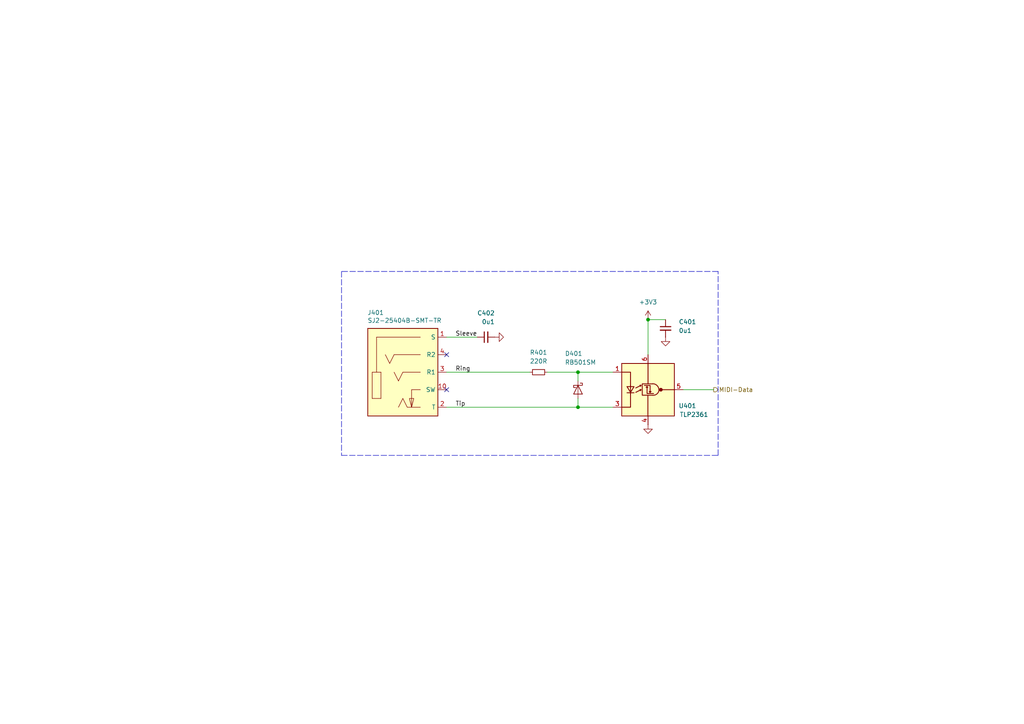
<source format=kicad_sch>
(kicad_sch (version 20250114) (generator "eeschema") (generator_version "9.0")
  (paper "A4")
  (title_block (title "MIDI In") (date "2026-02-11") (rev "2026-02-11"))
  (lib_symbols
    (symbol "V2_Capacitor:0603_0u1" (pin_numbers (hide yes)) (pin_names (offset 0.254) (hide yes))
      (property "Reference" "C" (at 1.778 1.524 0))
      (property "Value" "0u1" (at 1.778 -2.032 0))
      (symbol "0603_0u1_0_1"
        (polyline (pts (xy -1.524 0.508) (xy 1.524 0.508)) (stroke (width 0.3048)))
        (polyline (pts (xy -1.524 -0.508) (xy 1.524 -0.508)) (stroke (width 0.3302)))
      )
      (symbol "0603_0u1_1_1"
        (pin passive line (at 0 2.54 270) (length 2.032) (name "~") (number "1"))
        (pin passive line (at 0 -2.54 90) (length 2.032) (name "~") (number "2"))
      )
    )
    (symbol "V2_Connector_Audio:SJ2-25404B-SMT-TR" (pin_names (offset 0.635))
      (property "Reference" "J" (at -10.1854 15.2654 0))
      (property "Value" "SJ2-25404B-SMT-TR" (at -10.414 -17.78 0))
      (symbol "SJ2-25404B-SMT-TR_0_0"
        (rectangle (start -10.16 12.7) (end 10.16 -12.7) (stroke (width 0.254)) (fill (type background)))
        (polyline (pts (xy -8.89 0) (xy -8.89 -7.62)) (stroke (width 0.1524)))
        (polyline (pts (xy -8.89 -7.62) (xy -6.35 -7.62)) (stroke (width 0.1524)))
        (polyline (pts (xy -7.62 10.16) (xy -7.62 0)) (stroke (width 0.1524)))
        (polyline (pts (xy -7.62 0) (xy -8.89 0)) (stroke (width 0.1524)))
        (polyline (pts (xy -6.35 0) (xy -7.62 0)) (stroke (width 0.1524)))
        (polyline (pts (xy -6.35 -7.62) (xy -6.35 0)) (stroke (width 0.1524)))
        (polyline (pts (xy -3.81 2.54) (xy -5.08 5.08)) (stroke (width 0.1524)))
        (polyline (pts (xy -2.54 5.08) (xy -3.81 2.54)) (stroke (width 0.1524)))
        (polyline (pts (xy -1.27 -2.54) (xy -2.54 0)) (stroke (width 0.1524)))
        (polyline (pts (xy 0 0) (xy -1.27 -2.54)) (stroke (width 0.1524)))
        (polyline (pts (xy 0 -7.62) (xy -1.27 -10.16)) (stroke (width 0.1524)))
        (polyline (pts (xy 1.27 -10.16) (xy 0 -7.62)) (stroke (width 0.1524)))
        (polyline (pts (xy 2.54 -5.08) (xy 2.54 -10.16)) (stroke (width 0.1524)))
        (polyline (pts (xy 2.54 -10.16) (xy 1.27 -10.16)) (stroke (width 0.1524)))
        (polyline (pts (xy 2.54 -10.16) (xy 1.905 -7.62) (xy 3.175 -7.62) (xy 2.54 -10.16)) (stroke (width 0.1524)) (fill (type background)))
        (polyline (pts (xy 5.08 10.16) (xy -7.62 10.16)) (stroke (width 0.1524)))
        (polyline (pts (xy 5.08 5.08) (xy -2.54 5.08)) (stroke (width 0.1524)))
        (polyline (pts (xy 5.08 0) (xy 0 0)) (stroke (width 0.1524)))
        (polyline (pts (xy 5.08 -5.08) (xy 2.54 -5.08)) (stroke (width 0.1524)))
        (polyline (pts (xy 5.08 -10.16) (xy 2.54 -10.16)) (stroke (width 0.1524)))
      )
      (symbol "SJ2-25404B-SMT-TR_1_0"
        (pin passive line (at 12.7 10.16 180) (length 2.54) (name "S") (number "1"))
        (pin passive line (at 12.7 5.08 180) (length 2.54) (name "R2") (number "4"))
        (pin passive line (at 12.7 0 180) (length 2.54) (name "R1") (number "3"))
        (pin passive line (at 12.7 -5.08 180) (length 2.54) (name "SW") (number "10"))
        (pin passive line (at 12.7 -10.16 180) (length 2.54) (name "T") (number "2"))
      )
    )
    (symbol "V2_Diode:RB501SM" (pin_numbers (hide yes)) (pin_names (hide yes))
      (property "Reference" "D" (at 0 2.54 0))
      (property "Value" "RB501SM" (at 0 -3.81 0))
      (symbol "RB501SM_0_1"
        (polyline (pts (xy -1.905 0.635) (xy -1.905 1.27) (xy -1.27 1.27) (xy -1.27 -1.27) (xy -0.635 -1.27) (xy -0.635 -0.635)) (stroke (width 0.2032)))
        (polyline (pts (xy 1.27 1.27) (xy 1.27 -1.27) (xy -1.27 0) (xy 1.27 1.27)) (stroke (width 0.2032)))
        (polyline (pts (xy 1.27 0) (xy -1.27 0)))
      )
      (symbol "RB501SM_1_1"
        (pin passive line (at -2.54 0 0) (length 1.27) (name "K") (number "1"))
        (pin passive line (at 2.54 0 180) (length 1.27) (name "A") (number "2"))
      )
    )
    (symbol "V2_Isolator:TLP2361" (pin_names (offset 1.016) (hide yes))
      (property "Reference" "U" (at 2.54 12.7 0))
      (property "Value" "TLP2361" (at 2.54 10.16 0))
      (symbol "TLP2361_0_1"
        (rectangle (start -7.62 7.62) (end 7.62 -7.62) (stroke (width 0.254)) (fill (type background)))
        (polyline (pts (xy -7.62 -5.08) (xy -5.08 -5.08) (xy -5.08 -1.27)) (stroke (width 0.254)))
        (polyline (pts (xy -6.096 0.889) (xy -4.064 0.889) (xy -5.08 -0.762) (xy -6.096 0.889)) (stroke (width 0.254)))
        (polyline (pts (xy -6.096 -0.889) (xy -4.064 -0.889)) (stroke (width 0.254)))
        (polyline (pts (xy -5.08 1.27) (xy -5.08 0.9144)) (stroke (width 0.254)))
        (polyline (pts (xy -5.08 1.27) (xy -5.08 5.08) (xy -7.62 5.08)) (stroke (width 0.254)))
        (polyline (pts (xy -5.08 1.016) (xy -5.08 -0.762)) (stroke (width 0.254)))
        (polyline (pts (xy -5.08 -1.27) (xy -5.08 -0.9144)) (stroke (width 0.254)))
        (polyline (pts (xy -3.556 0.508) (xy -2.032 1.27)) (stroke (width 0.254)))
        (polyline (pts (xy -3.556 -0.762) (xy -2.032 0)) (stroke (width 0.254)))
        (polyline (pts (xy -2.032 1.27) (xy -2.3368 1.3208)) (stroke (width 0.254)))
        (polyline (pts (xy -2.032 1.27) (xy -2.1844 0.9652)) (stroke (width 0.254)))
        (polyline (pts (xy -2.032 0) (xy -2.3368 0.0508)) (stroke (width 0.254)))
        (polyline (pts (xy -2.032 0) (xy -2.1844 -0.3048)) (stroke (width 0.254)))
        (polyline (pts (xy -0.3048 0.9398) (xy -0.5588 0.6858) (xy -0.0508 0.6858) (xy -0.3048 0.9398)) (stroke (width 0.254)))
        (polyline (pts (xy -0.2794 0.6604) (xy -0.2794 -1.1176) (xy 1.6002 -1.1176)) (stroke (width 0.254)))
        (polyline (pts (xy -0.0508 -7.6962) (xy -0.0508 -1.7272)) (stroke (width 0.254)))
        (polyline (pts (xy 0 7.6454) (xy 0 1.8034)) (stroke (width 0.254)))
        (polyline (pts (xy 0.5842 -0.7874) (xy 0.3302 -0.5334) (xy 0.8382 -0.5334)) (stroke (width 0.254)))
        (polyline (pts (xy 0.6096 -0.8128) (xy 0.6096 1.2446) (xy -1.0668 1.2446)) (stroke (width 0.254)))
        (polyline (pts (xy 0.8382 -0.5334) (xy 0.5842 -0.8128)) (stroke (width 0.254)))
        (arc (start 1.3716 1.7272) (mid 2.6235 1.2011) (end 3.1496 -0.0508) (stroke (width 0.254)))
        (polyline (pts (xy 1.3716 1.7018) (xy -1.6764 1.7018) (xy -1.6764 -1.6002) (xy 1.3716 -1.6002)) (stroke (width 0.254)))
        (arc (start 3.175 -0.0762) (mid 2.6016 -1.2063) (end 1.397 -1.6002) (stroke (width 0.254)))
        (circle (center 3.7084 0) (radius 0.4572) (fill (type outline)))
        (polyline (pts (xy 7.747 0) (xy 4.064 0)) (stroke (width 0.254)))
      )
      (symbol "TLP2361_1_1"
        (pin passive line (at -10.16 5.08 0) (length 2.54) (name "A") (number "1"))
        (pin passive line (at -10.16 -5.08 0) (length 2.54) (name "K") (number "3"))
        (pin power_in line (at 0 10.16 270) (length 2.54) (name "VDD") (number "6"))
        (pin power_in line (at 0 -10.16 90) (length 2.54) (name "GND") (number "4"))
        (pin output line (at 10.16 0 180) (length 2.54) (name "VO") (number "5"))
      )
    )
    (symbol "V2_Resistor:0603_220R" (pin_numbers (hide yes)) (pin_names (offset 0.254) (hide yes))
      (property "Reference" "R" (at 2.032 1.27 0))
      (property "Value" "220R" (at 4.064 -1.27 0))
      (symbol "0603_220R_0_1"
        (rectangle (start -0.762 1.778) (end 0.762 -1.778) (stroke (width 0.2032)))
      )
      (symbol "0603_220R_1_1"
        (pin passive line (at 0 2.54 270) (length 0.762) (name "~") (number "1"))
        (pin passive line (at 0 -2.54 90) (length 0.762) (name "~") (number "2"))
      )
    )
    (symbol "V2_power:+3V3" (power) (pin_numbers (hide yes)) (pin_names (offset 0) (hide yes))
      (property "Value" "+3V3" (at 0 5.08 0))
      (symbol "+3V3_0_1"
        (polyline (pts (xy -0.762 1.27) (xy 0 2.54)))
        (polyline (pts (xy 0 2.54) (xy 0.762 1.27)))
        (polyline (pts (xy 0 0) (xy 0 2.54)))
      )
      (symbol "+3V3_1_1"
        (pin power_in line (at 0 0 90) (length 0) (name "~") (number "1"))
      )
    )
    (symbol "V2_power:GND" (power) (pin_numbers (hide yes)) (pin_names (offset 0) (hide yes))
      (symbol "GND_0_1"
        (polyline (pts (xy 0 0) (xy 0 -1.27) (xy 1.27 -1.27) (xy 0 -2.54) (xy -1.27 -1.27) (xy 0 -1.27)))
      )
      (symbol "GND_1_1"
        (pin power_in line (at 0 0 270) (length 0) (name "~") (number "1"))
      )
    )
  )
  (junction (at 187.96 92.71))
  (junction (at 167.64 107.95))
  (junction (at 167.64 118.11))
  (no_connect (at 129.54 113.03))
  (no_connect (at 129.54 102.87))
  (wire (pts (xy 167.64 107.95) (xy 167.64 110.49)))
  (wire (pts (xy 158.75 107.95) (xy 167.64 107.95)))
  (wire (pts (xy 167.64 118.11) (xy 177.8 118.11)))
  (wire (pts (xy 167.64 115.57) (xy 167.64 118.11)))
  (wire (pts (xy 129.54 107.95) (xy 153.67 107.95)))
  (wire (pts (xy 167.64 107.95) (xy 177.8 107.95)))
  (polyline (pts (xy 208.28 78.74) (xy 99.06 78.74)) (stroke (width 0) (type dash)))
  (wire (pts (xy 198.12 113.03) (xy 207.01 113.03)))
  (wire (pts (xy 129.54 97.79) (xy 138.43 97.79)))
  (wire (pts (xy 129.54 118.11) (xy 167.64 118.11)))
  (wire (pts (xy 187.96 92.71) (xy 187.96 102.87)))
  (polyline (pts (xy 208.28 132.08) (xy 208.28 78.74)) (stroke (width 0) (type dash)))
  (wire (pts (xy 187.96 92.71) (xy 193.04 92.71)))
  (polyline (pts (xy 99.06 132.08) (xy 208.28 132.08)) (stroke (width 0) (type dash)))
  (polyline (pts (xy 99.06 78.74) (xy 99.06 132.08)) (stroke (width 0) (type dash)))
  (label "Ring" (at 132.08 107.95 0))
  (label "Tip" (at 132.08 118.11 0))
  (label "Sleeve" (at 132.08 97.79 0))
  (hierarchical_label "MIDI-Data" (shape output) (at 207.01 113.03 0))
  (symbol (lib_id "V2_power:GND") (at 187.96 123.19 0) (unit 1)
    (property "Reference" "#PWR404" (effects (hide yes)))
    (property "Value" "GND" (effects (hide yes)))
  )
  (symbol (lib_id "V2_Resistor:0603_220R") (at 156.21 107.95 90) (unit 1)
    (property "Reference" "R401" (at 156.21 102.235 90))
    (property "Value" "220R" (at 156.21 104.775 90))
    (property "Footprint" "V2_Resistor_SMD:R_0603" (effects (hide yes)))
    (property "Description" "Resistor, small symbol" (effects (hide yes)))
    (property "Mouser" "71-CRCW0603220RFKEAH" (effects (hide yes)))
    (property "Product" "CRCW0603220RFKEAHP" (effects (hide yes)))
    (property "Manufacturer" "Vishay" (effects (hide yes)))
    (property "Rating" "330mW" (effects (hide yes)))
  )
  (symbol (lib_id "V2_power:GND") (at 143.51 97.79 90) (unit 1)
    (property "Reference" "#PWR402" (effects (hide yes)))
    (property "Value" "GND" (effects (hide yes)))
  )
  (symbol (lib_id "V2_Capacitor:0603_0u1") (at 140.97 97.79 90) (unit 1)
    (property "Reference" "C402" (at 143.5162 90.805 90) (effects (justify left)))
    (property "Value" "0u1" (at 143.5162 93.345 90) (effects (justify left)))
    (property "Footprint" "V2_Capacitor_SMD:C_0603" (effects (hide yes)))
    (property "Description" "Unpolarized capacitor, small symbol" (effects (hide yes)))
    (property "Mouser" "810-CGA3E2X7R1H104MA" (effects (hide yes)))
    (property "Manufacturer" "TDK" (effects (hide yes)))
    (property "Product" "CGA3E2X7R1H104M080AA" (effects (hide yes)))
    (property "Rating" "50V" (effects (hide yes)))
  )
  (symbol (lib_id "V2_Diode:RB501SM") (at 167.64 113.03 270) (unit 1)
    (property "Reference" "D401" (at 163.83 102.5524 90) (effects (justify left)))
    (property "Value" "RB501SM" (at 163.83 105.0924 90) (effects (justify left)))
    (property "Footprint" "V2_Diode_SMD:D_SOD-523" (effects (hide yes)))
    (property "Mouser" "755-RB501SM-30FHT2R" (effects (hide yes)))
    (property "Product" "RB501SM-30FHT2R" (effects (hide yes)))
    (property "Manufacturer" "ROHM Semiconductor" (effects (hide yes)))
  )
  (symbol (lib_id "V2_Isolator:TLP2361") (at 187.96 113.03 0) (unit 1)
    (property "Reference" "U401" (at 199.39 117.7036 0))
    (property "Value" "TLP2361" (at 201.295 120.2436 0))
    (property "Footprint" "V2_Package_SO:SO-5-6_4.55x3.7mm_P1.27mm" (effects (hide yes)))
    (property "Mouser" "757-TLP2361TPRE" (effects (hide yes)))
    (property "Product" "TLP2361(TPR,E" (effects (hide yes)))
    (property "Manufacturer" "Toshiba" (effects (hide yes)))
  )
  (symbol (lib_id "V2_Capacitor:0603_0u1") (at 193.04 95.25 0) (unit 1)
    (property "Reference" "C401" (at 196.85 93.3512 0) (effects (justify left)))
    (property "Value" "0u1" (at 196.85 95.8912 0) (effects (justify left)))
    (property "Footprint" "V2_Capacitor_SMD:C_0603" (effects (hide yes)))
    (property "Description" "Unpolarized capacitor, small symbol" (effects (hide yes)))
    (property "Mouser" "810-CGA3E2X7R1H104MA" (effects (hide yes)))
    (property "Manufacturer" "TDK" (effects (hide yes)))
    (property "Product" "CGA3E2X7R1H104M080AA" (effects (hide yes)))
    (property "Rating" "50V" (effects (hide yes)))
  )
  (symbol (lib_id "V2_Connector_Audio:SJ2-25404B-SMT-TR") (at 116.84 107.95 0) (unit 1)
    (property "Reference" "J401" (at 108.966 90.678 0))
    (property "Value" "SJ2-25404B-SMT-TR" (at 117.348 92.964 0))
    (property "Footprint" "V2_Connector_Audio:CUI_SJ2-25404B-SMT-TR" (effects (hide yes)))
    (property "Mouser" "490-SJ2-25404BSMT-TR" (effects (hide yes)))
    (property "Product" "SJ2-25404B-SMT-TR" (effects (hide yes)))
    (property "Manufacturer" "Same Sky" (effects (hide yes)))
  )
  (symbol (lib_id "V2_power:+3V3") (at 187.96 92.71 0) (unit 1)
    (property "Reference" "#PWR401" (effects (hide yes)))
    (property "Value" "+3V3" (at 187.96 87.63 0))
  )
  (symbol (lib_id "V2_power:GND") (at 193.04 97.79 0) (unit 1)
    (property "Reference" "#PWR403" (effects (hide yes)))
    (property "Value" "GND" (effects (hide yes)))
  )
)
</source>
